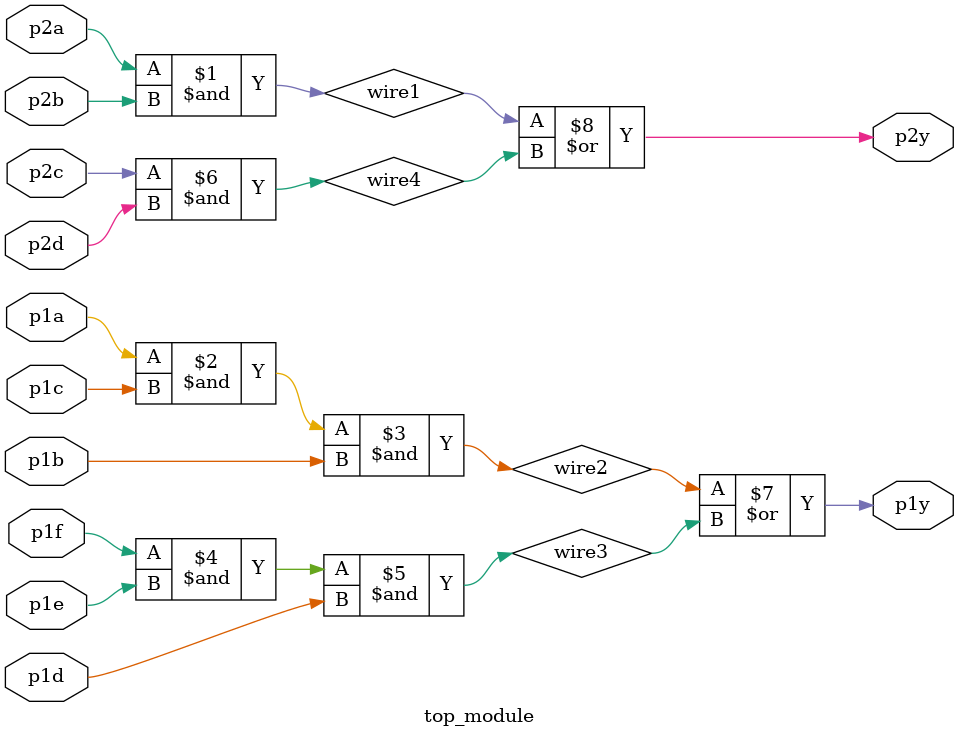
<source format=v>
module top_module ( 
    input p1a, p1b, p1c, p1d, p1e, p1f,
    output p1y,
    input p2a, p2b, p2c, p2d,
    output p2y );
	wire wire1,wire2,wire3,wire4;
    
    assign wire1 = p2a&p2b;
    assign wire2 = p1a&p1c&p1b;
    assign wire3 = p1f&p1e&p1d;
    assign wire4 = p2c&p2d;
    
	assign p1y = wire2|wire3;
    assign p2y = wire1|wire4;
endmodule

</source>
